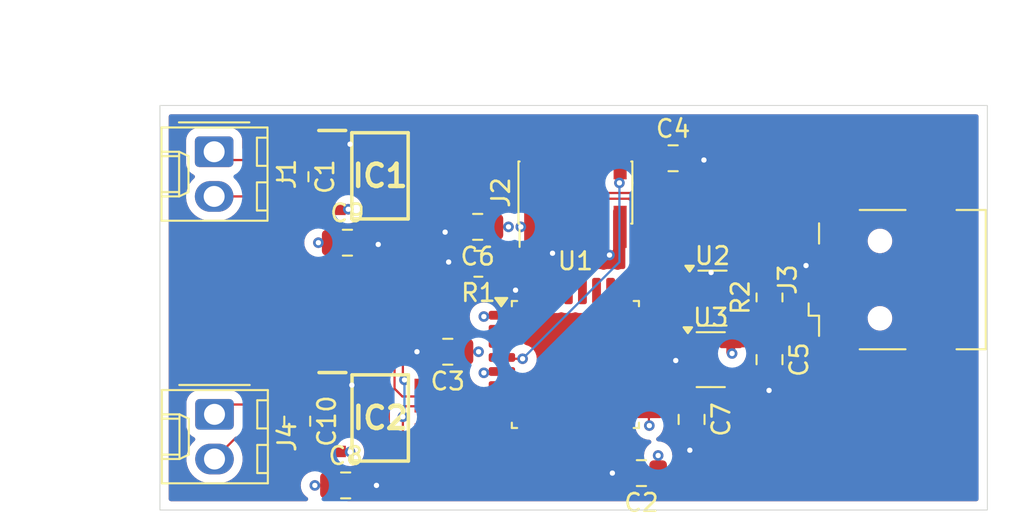
<source format=kicad_pcb>
(kicad_pcb (version 20240108) (generator "pcbnew") (generator_version "8.0")
  (layers (0 "F.Cu" signal) (1 "In1.Cu" signal) (2 "In2.Cu" signal) (31 "B.Cu" signal) (34 "B.Paste" user) (35 "F.Paste" user) (36 "B.SilkS" user "B.Silkscreen") (37 "F.SilkS" user "F.Silkscreen") (38 "B.Mask" user) (39 "F.Mask" user) (44 "Edge.Cuts" user))
  (net 0 "")
  (net 1 "Net-(IC1-T+)")
  (net 2 "Net-(IC1-T-)")
  (net 3 "GNDD")
  (net 4 "+3V3")
  (net 5 "NRST")
  (net 6 "+5V")
  (net 7 "SCK")
  (net 9 "MISO")
  (net 10 "CS1")
  (net 11 "SWDIO")
  (net 15 "SWCLK")
  (net 16 "D_P")
  (net 17 "D_N")
  (net 18 "Net-(U1-BOOT0)")
  (net 21 "USB-")
  (net 23 "SCL")
  (net 24 "SDA")
  (net 28 "CS3")
  (net 30 "CS2")
  (net 32 "MOSI")
  (net 33 "USB+")
  (net 37 "CS4")
  (net 40 "Net-(IC2-T+)")
  (net 41 "Net-(IC2-T-)")
  (footprint "Capacitor_SMD:C_0805_2012Metric" (layer "F.Cu") (at 166.15 88)
    (property "Reference" "C4" (at 0 -1.68 0) (layer "F.SilkS"))
    (property "Value" "100nF")
    (fp_line (start -0.261252 -0.735) (end 0.261252 -0.735) (stroke (width 0.12)) (layer "F.SilkS"))
    (fp_line (start -0.261252 0.735) (end 0.261252 0.735) (stroke (width 0.12)) (layer "F.SilkS"))
    (pad "1" smd roundrect (at -0.95 0) (size 1 1.45) (layers "F.Cu" "F.Paste" "F.Mask") (net 5 "NRST"))
    (pad "2" smd roundrect (at 0.95 0) (size 1 1.45) (layers "F.Cu" "F.Paste" "F.Mask") (net 3 "GNDD"))
  )
  (footprint "Capacitor_SMD:C_0805_2012Metric" (layer "F.Cu") (at 147.65 92.8)
    (property "Reference" "C9" (at 0 -1.68 0) (layer "F.SilkS"))
    (property "Value" "1uF")
    (fp_line (start -0.261252 -0.735) (end 0.261252 -0.735) (stroke (width 0.12)) (layer "F.SilkS"))
    (fp_line (start -0.261252 0.735) (end 0.261252 0.735) (stroke (width 0.12)) (layer "F.SilkS"))
    (pad "1" smd roundrect (at -0.95 0) (size 1 1.45) (layers "F.Cu" "F.Paste" "F.Mask") (net 4 "+3V3"))
    (pad "2" smd roundrect (at 0.95 0) (size 1 1.45) (layers "F.Cu" "F.Paste" "F.Mask") (net 3 "GNDD"))
  )
  (footprint "Connector_USB:USB_Mini-B_Wuerth_65100516121_Horizontal" (layer "F.Cu") (at 177.9 94.9 90)
    (property "Reference" "J3" (at 0 -5.25 90) (layer "F.SilkS"))
    (property "Value" "USB_A")
    (fp_line (start -2.05 -4.05) (end -1.35 -4.05) (stroke (width 0.12)) (layer "F.SilkS"))
    (fp_line (start 2.05 -3.46) (end 3.2 -3.46) (stroke (width 0.12)) (layer "F.SilkS"))
    (fp_line (start -2.05 -3.46) (end -2.05 -4.05) (stroke (width 0.12)) (layer "F.SilkS"))
    (fp_line (start -3.2 -3.46) (end -2.05 -3.46) (stroke (width 0.12)) (layer "F.SilkS"))
    (fp_line (start 3.96 -1.15) (end 3.96 1.45) (stroke (width 0.12)) (layer "F.SilkS"))
    (fp_line (start -3.96 1.45) (end -3.96 -1.15) (stroke (width 0.12)) (layer "F.SilkS"))
    (fp_line (start -3.96 4.35) (end -3.96 6.01) (stroke (width 0.12)) (layer "F.SilkS"))
    (fp_line (start 3.96 6.01) (end 3.96 4.35) (stroke (width 0.12)) (layer "F.SilkS"))
    (fp_line (start -3.96 6.01) (end 3.96 6.01) (stroke (width 0.12)) (layer "F.SilkS"))
    (pad "" np_thru_hole circle (at -2.2 0 90) (size 0.9 0.9) (drill 0.9) (layers "*.Cu" "*.Mask"))
    (pad "" np_thru_hole circle (at 2.2 0 90) (size 0.9 0.9) (drill 0.9) (layers "*.Cu" "*.Mask"))
    (pad "1" smd rect (at -1.6 -2.6 90) (size 0.5 2.5) (layers "F.Cu" "F.Paste" "F.Mask") (net 6 "+5V"))
    (pad "2" smd rect (at -0.8 -2.6 90) (size 0.5 2.5) (layers "F.Cu" "F.Paste" "F.Mask") (net 17 "D_N"))
    (pad "3" smd rect (at 0 -2.6 90) (size 0.5 2.5) (layers "F.Cu" "F.Paste" "F.Mask") (net 16 "D_P"))
    (pad "4" smd rect (at 0.8 -2.6 90) (size 0.5 2.5) (layers "F.Cu" "F.Paste" "F.Mask") (net 3 "GNDD"))
    (pad "5" smd rect (at 1.6 -2.6 90) (size 0.5 2.5) (layers "F.Cu" "F.Paste" "F.Mask") (net 3 "GNDD"))
    (pad "6" smd rect (at -4.4 -2.6 90) (size 2 2.5) (layers "F.Cu" "F.Paste" "F.Mask"))
    (pad "6" smd rect (at -4.4 2.9 90) (size 2 2.5) (layers "F.Cu" "F.Paste" "F.Mask"))
    (pad "6" smd rect (at 4.4 -2.6 90) (size 2 2.5) (layers "F.Cu" "F.Paste" "F.Mask"))
    (pad "6" smd rect (at 4.4 2.9 90) (size 2 2.5) (layers "F.Cu" "F.Paste" "F.Mask"))
  )
  (footprint "GL_Sensor:SOIC127P600X175-8N" (layer "F.Cu") (at 149.512 102.765)
    (property "Reference" "IC2" (at 0 0 0) (layer "F.SilkS") (effects (font (size 1.27 1.27) (thickness 0.254))))
    (property "Value" "MAX6675ISA" (hide yes))
    (fp_line (start -3.475 -2.58) (end -1.95 -2.58) (stroke (width 0.2)) (layer "F.SilkS"))
    (fp_line (start -1.6 -2.45) (end 1.6 -2.45) (stroke (width 0.2)) (layer "F.SilkS"))
    (fp_line (start -1.6 2.45) (end -1.6 -2.45) (stroke (width 0.2)) (layer "F.SilkS"))
    (fp_line (start 1.6 -2.45) (end 1.6 2.45) (stroke (width 0.2)) (layer "F.SilkS"))
    (fp_line (start 1.6 2.45) (end -1.6 2.45) (stroke (width 0.2)) (layer "F.SilkS"))
    (pad "1" smd rect (at -2.712 -1.905 90) (size 0.65 1.525) (layers "F.Cu" "F.Paste" "F.Mask") (net 3 "GNDD"))
    (pad "2" smd rect (at -2.712 -0.635 90) (size 0.65 1.525) (layers "F.Cu" "F.Paste" "F.Mask") (net 41 "Net-(IC2-T-)"))
    (pad "3" smd rect (at -2.712 0.635 90) (size 0.65 1.525) (layers "F.Cu" "F.Paste" "F.Mask") (net 40 "Net-(IC2-T+)"))
    (pad "4" smd rect (at -2.712 1.905 90) (size 0.65 1.525) (layers "F.Cu" "F.Paste" "F.Mask") (net 4 "+3V3"))
    (pad "5" smd rect (at 2.712 1.905 90) (size 0.65 1.525) (layers "F.Cu" "F.Paste" "F.Mask") (net 7 "SCK"))
    (pad "6" smd rect (at 2.712 0.635 90) (size 0.65 1.525) (layers "F.Cu" "F.Paste" "F.Mask") (net 30 "CS2"))
    (pad "7" smd rect (at 2.712 -0.635 90) (size 0.65 1.525) (layers "F.Cu" "F.Paste" "F.Mask") (net 9 "MISO"))
    (pad "8" smd rect (at 2.712 -1.905 90) (size 0.65 1.525) (layers "F.Cu" "F.Paste" "F.Mask"))
  )
  (footprint "Capacitor_SMD:C_0805_2012Metric" (layer "F.Cu") (at 144.8 102.95 -90)
    (property "Reference" "C10" (at 0 -1.68 90) (layer "F.SilkS"))
    (property "Value" "100nF")
    (fp_line (start -0.261252 0.735) (end 0.261252 0.735) (stroke (width 0.12)) (layer "F.SilkS"))
    (fp_line (start -0.261252 -0.735) (end 0.261252 -0.735) (stroke (width 0.12)) (layer "F.SilkS"))
    (pad "1" smd roundrect (at -0.95 0 270) (size 1 1.45) (layers "F.Cu" "F.Paste" "F.Mask") (net 41 "Net-(IC2-T-)"))
    (pad "2" smd roundrect (at 0.95 0 270) (size 1 1.45) (layers "F.Cu" "F.Paste" "F.Mask") (net 40 "Net-(IC2-T+)"))
  )
  (footprint "Connector_Molex:Molex_KK-254_AE-6410-02A_1x02_P2.54mm_Vertical" (layer "F.Cu") (at 140.1 102.56 -90)
    (property "Reference" "J4" (at 1.27 -4.12 90) (layer "F.SilkS"))
    (property "Value" "Sensor")
    (fp_line (start -1.38 2.99) (end 3.92 2.99) (stroke (width 0.12)) (layer "F.SilkS"))
    (fp_line (start 0 2.99) (end 0 1.99) (stroke (width 0.12)) (layer "F.SilkS"))
    (fp_line (start 0.25 2.99) (end 0.25 1.99) (stroke (width 0.12)) (layer "F.SilkS"))
    (fp_line (start 2.29 2.99) (end 2.29 1.99) (stroke (width 0.12)) (layer "F.SilkS"))
    (fp_line (start 3.92 2.99) (end 3.92 -3.03) (stroke (width 0.12)) (layer "F.SilkS"))
    (fp_line (start 0 1.99) (end 2.54 1.99) (stroke (width 0.12)) (layer "F.SilkS"))
    (fp_line (start 0 1.99) (end 0.25 1.46) (stroke (width 0.12)) (layer "F.SilkS"))
    (fp_line (start 2.54 1.99) (end 2.54 2.99) (stroke (width 0.12)) (layer "F.SilkS"))
    (fp_line (start 0.25 1.46) (end 2.29 1.46) (stroke (width 0.12)) (layer "F.SilkS"))
    (fp_line (start 2.29 1.46) (end 2.54 1.99) (stroke (width 0.12)) (layer "F.SilkS"))
    (fp_line (start -1.67 -2) (end -1.67 2) (stroke (width 0.12)) (layer "F.SilkS"))
    (fp_line (start -0.8 -2.43) (end 0.8 -2.43) (stroke (width 0.12)) (layer "F.SilkS"))
    (fp_line (start 0.8 -2.43) (end 0.8 -3.03) (stroke (width 0.12)) (layer "F.SilkS"))
    (fp_line (start 1.74 -2.43) (end 3.34 -2.43) (stroke (width 0.12)) (layer "F.SilkS"))
    (fp_line (start 3.34 -2.43) (end 3.34 -3.03) (stroke (width 0.12)) (layer "F.SilkS"))
    (fp_line (start -1.38 -3.03) (end -1.38 2.99) (stroke (width 0.12)) (layer "F.SilkS"))
    (fp_line (start -0.8 -3.03) (end -0.8 -2.43) (stroke (width 0.12)) (layer "F.SilkS"))
    (fp_line (start 1.74 -3.03) (end 1.74 -2.43) (stroke (width 0.12)) (layer "F.SilkS"))
    (fp_line (start 3.92 -3.03) (end -1.38 -3.03) (stroke (width 0.12)) (layer "F.SilkS"))
    (pad "1" thru_hole roundrect (at 0 0 270) (size 1.74 2.19) (drill 1.19) (layers "*.Cu" "*.Mask") (roundrect_rratio 0.143678) (net 41 "Net-(IC2-T-)"))
    (pad "2" thru_hole oval (at 2.54 0 270) (size 1.74 2.19) (drill 1.19) (layers "*.Cu" "*.Mask") (net 40 "Net-(IC2-T+)"))
  )
  (footprint "Resistor_SMD:R_0805_2012Metric" (layer "F.Cu") (at 171.625 95.9125 90)
    (property "Reference" "R2" (at 0 -1.65 90) (layer "F.SilkS"))
    (property "Value" "1k5")
    (fp_line (start -0.227064 -0.735) (end 0.227064 -0.735) (stroke (width 0.12)) (layer "F.SilkS"))
    (fp_line (start -0.227064 0.735) (end 0.227064 0.735) (stroke (width 0.12)) (layer "F.SilkS"))
    (pad "1" smd roundrect (at -0.9125 0 90) (size 1.025 1.4) (layers "F.Cu" "F.Paste" "F.Mask") (roundrect_rratio 0.243902) (net 4 "+3V3"))
    (pad "2" smd roundrect (at 0.9125 0 90) (size 1.025 1.4) (layers "F.Cu" "F.Paste" "F.Mask") (roundrect_rratio 0.243902) (net 16 "D_P"))
  )
  (footprint "Connector_PinHeader_1.27mm:PinHeader_2x05_P1.27mm_Vertical_SMD" (layer "F.Cu") (at 160.6 89.95 90)
    (property "Reference" "J2" (at 0 -4.235 90) (layer "F.SilkS"))
    (property "Value" "Conn_02x05_Odd_Even")
    (fp_line (start 1.765 -3.235) (end 1.765 -3.17) (stroke (width 0.12)) (layer "F.SilkS"))
    (fp_line (start -1.765 -3.235) (end 1.765 -3.235) (stroke (width 0.12)) (layer "F.SilkS"))
    (fp_line (start -1.765 -3.235) (end -1.765 -3.17) (stroke (width 0.12)) (layer "F.SilkS"))
    (fp_line (start -3.09 -3.17) (end -1.765 -3.17) (stroke (width 0.12)) (layer "F.SilkS"))
    (fp_line (start 1.765 3.17) (end 1.765 3.235) (stroke (width 0.12)) (layer "F.SilkS"))
    (fp_line (start -1.765 3.17) (end -1.765 3.235) (stroke (width 0.12)) (layer "F.SilkS"))
    (fp_line (start -1.765 3.235) (end 1.765 3.235) (stroke (width 0.12)) (layer "F.SilkS"))
    (pad "1" smd rect (at -1.95 -2.54 90) (size 2.4 0.74) (layers "F.Cu" "F.Paste" "F.Mask") (net 4 "+3V3"))
    (pad "2" smd rect (at 1.95 -2.54 90) (size 2.4 0.74) (layers "F.Cu" "F.Paste" "F.Mask") (net 11 "SWDIO"))
    (pad "3" smd rect (at -1.95 -1.27 90) (size 2.4 0.74) (layers "F.Cu" "F.Paste" "F.Mask") (net 3 "GNDD"))
    (pad "4" smd rect (at 1.95 -1.27 90) (size 2.4 0.74) (layers "F.Cu" "F.Paste" "F.Mask") (net 15 "SWCLK"))
    (pad "5" smd rect (at -1.95 0 90) (size 2.4 0.74) (layers "F.Cu" "F.Paste" "F.Mask") (net 3 "GNDD"))
    (pad "6" smd rect (at 1.95 0 90) (size 2.4 0.74) (layers "F.Cu" "F.Paste" "F.Mask"))
    (pad "7" smd rect (at -1.95 1.27 90) (size 2.4 0.74) (layers "F.Cu" "F.Paste" "F.Mask"))
    (pad "8" smd rect (at 1.95 1.27 90) (size 2.4 0.74) (layers "F.Cu" "F.Paste" "F.Mask"))
    (pad "9" smd rect (at -1.95 2.54 90) (size 2.4 0.74) (layers "F.Cu" "F.Paste" "F.Mask") (net 3 "GNDD"))
    (pad "10" smd rect (at 1.95 2.54 90) (size 2.4 0.74) (layers "F.Cu" "F.Paste" "F.Mask") (net 5 "NRST"))
  )
  (footprint "Capacitor_SMD:C_0805_2012Metric" (layer "F.Cu") (at 153.35 99 180)
    (property "Reference" "C3" (at 0 -1.68 0) (layer "F.SilkS"))
    (property "Value" "1uF")
    (fp_line (start -0.261252 0.735) (end 0.261252 0.735) (stroke (width 0.12)) (layer "F.SilkS"))
    (fp_line (start -0.261252 -0.735) (end 0.261252 -0.735) (stroke (width 0.12)) (layer "F.SilkS"))
    (pad "1" smd roundrect (at -0.95 0 180) (size 1 1.45) (layers "F.Cu" "F.Paste" "F.Mask") (net 4 "+3V3"))
    (pad "2" smd roundrect (at 0.95 0 180) (size 1 1.45) (layers "F.Cu" "F.Paste" "F.Mask") (net 3 "GNDD"))
  )
  (footprint "Capacitor_SMD:C_0805_2012Metric" (layer "F.Cu") (at 147.55 106.6)
    (property "Reference" "C8" (at 0 -1.68 0) (layer "F.SilkS"))
    (property "Value" "1uF")
    (fp_line (start -0.261252 -0.735) (end 0.261252 -0.735) (stroke (width 0.12)) (layer "F.SilkS"))
    (fp_line (start -0.261252 0.735) (end 0.261252 0.735) (stroke (width 0.12)) (layer "F.SilkS"))
    (pad "1" smd roundrect (at -0.95 0) (size 1 1.45) (layers "F.Cu" "F.Paste" "F.Mask") (net 4 "+3V3"))
    (pad "2" smd roundrect (at 0.95 0) (size 1 1.45) (layers "F.Cu" "F.Paste" "F.Mask") (net 3 "GNDD"))
  )
  (footprint "Capacitor_SMD:C_0805_2012Metric" (layer "F.Cu") (at 167.2 102.85 -90)
    (property "Reference" "C7" (at 0 -1.68 90) (layer "F.SilkS"))
    (property "Value" "1uF")
    (fp_line (start -0.261252 0.735) (end 0.261252 0.735) (stroke (width 0.12)) (layer "F.SilkS"))
    (fp_line (start -0.261252 -0.735) (end 0.261252 -0.735) (stroke (width 0.12)) (layer "F.SilkS"))
    (pad "1" smd roundrect (at -0.95 0 270) (size 1 1.45) (layers "F.Cu" "F.Paste" "F.Mask") (net 6 "+5V"))
    (pad "2" smd roundrect (at 0.95 0 270) (size 1 1.45) (layers "F.Cu" "F.Paste" "F.Mask") (net 3 "GNDD"))
  )
  (footprint "Capacitor_SMD:C_0805_2012Metric" (layer "F.Cu") (at 155.05 91.9 180)
    (property "Reference" "C6" (at 0 -1.68 0) (layer "F.SilkS"))
    (property "Value" "1uF")
    (fp_line (start -0.261252 0.735) (end 0.261252 0.735) (stroke (width 0.12)) (layer "F.SilkS"))
    (fp_line (start -0.261252 -0.735) (end 0.261252 -0.735) (stroke (width 0.12)) (layer "F.SilkS"))
    (pad "1" smd roundrect (at -0.95 0 180) (size 1 1.45) (layers "F.Cu" "F.Paste" "F.Mask") (net 4 "+3V3"))
    (pad "2" smd roundrect (at 0.95 0 180) (size 1 1.45) (layers "F.Cu" "F.Paste" "F.Mask") (net 3 "GNDD"))
  )
  (footprint "GL_Sensor:SOIC127P600X175-8N" (layer "F.Cu") (at 149.5 89)
    (property "Reference" "IC1" (at 0 0 0) (layer "F.SilkS") (effects (font (size 1.27 1.27) (thickness 0.254))))
    (property "Value" "MAX6675ISA" (hide yes))
    (fp_line (start -3.475 -2.58) (end -1.95 -2.58) (stroke (width 0.2)) (layer "F.SilkS"))
    (fp_line (start -1.6 -2.45) (end 1.6 -2.45) (stroke (width 0.2)) (layer "F.SilkS"))
    (fp_line (start -1.6 2.45) (end -1.6 -2.45) (stroke (width 0.2)) (layer "F.SilkS"))
    (fp_line (start 1.6 -2.45) (end 1.6 2.45) (stroke (width 0.2)) (layer "F.SilkS"))
    (fp_line (start 1.6 2.45) (end -1.6 2.45) (stroke (width 0.2)) (layer "F.SilkS"))
    (pad "1" smd rect (at -2.712 -1.905 90) (size 0.65 1.525) (layers "F.Cu" "F.Paste" "F.Mask") (net 3 "GNDD"))
    (pad "2" smd rect (at -2.712 -0.635 90) (size 0.65 1.525) (layers "F.Cu" "F.Paste" "F.Mask") (net 2 "Net-(IC1-T-)"))
    (pad "3" smd rect (at -2.712 0.635 90) (size 0.65 1.525) (layers "F.Cu" "F.Paste" "F.Mask") (net 1 "Net-(IC1-T+)"))
    (pad "4" smd rect (at -2.712 1.905 90) (size 0.65 1.525) (layers "F.Cu" "F.Paste" "F.Mask") (net 4 "+3V3"))
    (pad "5" smd rect (at 2.712 1.905 90) (size 0.65 1.525) (layers "F.Cu" "F.Paste" "F.Mask") (net 7 "SCK"))
    (pad "6" smd rect (at 2.712 0.635 90) (size 0.65 1.525) (layers "F.Cu" "F.Paste" "F.Mask") (net 10 "CS1"))
    (pad "7" smd rect (at 2.712 -0.635 90) (size 0.65 1.525) (layers "F.Cu" "F.Paste" "F.Mask") (net 9 "MISO"))
    (pad "8" smd rect (at 2.712 -1.905 90) (size 0.65 1.525) (layers "F.Cu" "F.Paste" "F.Mask"))
  )
  (footprint "Package_TO_SOT_SMD:SOT-23-6" (layer "F.Cu") (at 168.3875 95.95)
    (property "Reference" "U2" (at 0 -2.4 0) (layer "F.SilkS"))
    (property "Value" "USBLC6-2SC6")
    (fp_line (start 0 -1.56) (end -0.8 -1.56) (stroke (width 0.12)) (layer "F.SilkS"))
    (fp_line (start 0 -1.56) (end 0.8 -1.56) (stroke (width 0.12)) (layer "F.SilkS"))
    (fp_line (start 0 1.56) (end -0.8 1.56) (stroke (width 0.12)) (layer "F.SilkS"))
    (fp_line (start 0 1.56) (end 0.8 1.56) (stroke (width 0.12)) (layer "F.SilkS"))
    (fp_poly (pts (xy -1.3 -1.51) (xy -1.54 -1.84) (xy -1.06 -1.84) (xy -1.3 -1.51)) (stroke (width 0.12)) (fill solid) (layer "F.SilkS"))
    (pad "1" smd roundrect (at -1.1375 -0.95) (size 1.325 0.6) (layers "F.Cu" "F.Paste" "F.Mask") (net 33 "USB+"))
    (pad "2" smd roundrect (at -1.1375 0) (size 1.325 0.6) (layers "F.Cu" "F.Paste" "F.Mask") (net 3 "GNDD"))
    (pad "3" smd roundrect (at -1.1375 0.95) (size 1.325 0.6) (layers "F.Cu" "F.Paste" "F.Mask") (net 21 "USB-"))
    (pad "4" smd roundrect (at 1.1375 0.95) (size 1.325 0.6) (layers "F.Cu" "F.Paste" "F.Mask") (net 17 "D_N"))
    (pad "5" smd roundrect (at 1.1375 0) (size 1.325 0.6) (layers "F.Cu" "F.Paste" "F.Mask") (net 6 "+5V"))
    (pad "6" smd roundrect (at 1.1375 -0.95) (size 1.325 0.6) (layers "F.Cu" "F.Paste" "F.Mask") (net 16 "D_P"))
  )
  (footprint "Capacitor_SMD:C_0805_2012Metric" (layer "F.Cu") (at 164.35 105.9 180)
    (property "Reference" "C2" (at 0 -1.68 0) (layer "F.SilkS"))
    (property "Value" "1uF")
    (fp_line (start -0.261252 0.735) (end 0.261252 0.735) (stroke (width 0.12)) (layer "F.SilkS"))
    (fp_line (start -0.261252 -0.735) (end 0.261252 -0.735) (stroke (width 0.12)) (layer "F.SilkS"))
    (pad "1" smd roundrect (at -0.95 0 180) (size 1 1.45) (layers "F.Cu" "F.Paste" "F.Mask") (net 4 "+3V3"))
    (pad "2" smd roundrect (at 0.95 0 180) (size 1 1.45) (layers "F.Cu" "F.Paste" "F.Mask") (net 3 "GNDD"))
  )
  (footprint "Package_QFP:LQFP-32_7x7mm_P0.8mm" (layer "F.Cu") (at 160.6 99.725)
    (property "Reference" "U1" (at 0 -5.88 0) (layer "F.SilkS"))
    (property "Value" "STM32L072KZTx")
    (fp_line (start -3.61 -3.61) (end -3.61 -3.31) (stroke (width 0.12)) (layer "F.SilkS"))
    (fp_line (start -3.61 3.61) (end -3.61 3.31) (stroke (width 0.12)) (layer "F.SilkS"))
    (fp_line (start -3.31 -3.61) (end -3.61 -3.61) (stroke (width 0.12)) (layer "F.SilkS"))
    (fp_line (start -3.31 3.61) (end -3.61 3.61) (stroke (width 0.12)) (layer "F.SilkS"))
    (fp_line (start 3.31 -3.61) (end 3.61 -3.61) (stroke (width 0.12)) (layer "F.SilkS"))
    (fp_line (start 3.31 3.61) (end 3.61 3.61) (stroke (width 0.12)) (layer "F.SilkS"))
    (fp_line (start 3.61 -3.61) (end 3.61 -3.31) (stroke (width 0.12)) (layer "F.SilkS"))
    (fp_line (start 3.61 3.61) (end 3.61 3.31) (stroke (width 0.12)) (layer "F.SilkS"))
    (fp_poly (pts (xy -4.2125 -3.31) (xy -4.5525 -3.78) (xy -3.8725 -3.78) (xy -4.2125 -3.31)) (stroke (width 0.12)) (fill solid) (layer "F.SilkS"))
    (pad "1" smd roundrect (at -4.175 -2.8) (size 1.5 0.5) (layers "F.Cu" "F.Paste" "F.Mask") (net 4 "+3V3"))
    (pad "2" smd roundrect (at -4.175 -2) (size 1.5 0.5) (layers "F.Cu" "F.Paste" "F.Mask"))
    (pad "3" smd roundrect (at -4.175 -1.2) (size 1.5 0.5) (layers "F.Cu" "F.Paste" "F.Mask"))
    (pad "4" smd roundrect (at -4.175 -0.4) (size 1.5 0.5) (layers "F.Cu" "F.Paste" "F.Mask") (net 5 "NRST"))
    (pad "5" smd roundrect (at -4.175 0.4) (size 1.5 0.5) (layers "F.Cu" "F.Paste" "F.Mask") (net 4 "+3V3"))
    (pad "6" smd roundrect (at -4.175 1.2) (size 1.5 0.5) (layers "F.Cu" "F.Paste" "F.Mask"))
    (pad "7" smd roundrect (at -4.175 2) (size 1.5 0.5) (layers "F.Cu" "F.Paste" "F.Mask"))
    (pad "8" smd roundrect (at -4.175 2.8) (size 1.5 0.5) (layers "F.Cu" "F.Paste" "F.Mask"))
    (pad "9" smd roundrect (at -2.8 4.175) (size 0.5 1.5) (layers "F.Cu" "F.Paste" "F.Mask") (net 10 "CS1"))
    (pad "10" smd roundrect (at -2 4.175) (size 0.5 1.5) (layers "F.Cu" "F.Paste" "F.Mask") (net 30 "CS2"))
    (pad "11" smd roundrect (at -1.2 4.175) (size 0.5 1.5) (layers "F.Cu" "F.Paste" "F.Mask") (net 7 "SCK"))
    (pad "12" smd roundrect (at -0.4 4.175) (size 0.5 1.5) (layers "F.Cu" "F.Paste" "F.Mask") (net 9 "MISO"))
    (pad "13" smd roundrect (at 0.4 4.175) (size 0.5 1.5) (layers "F.Cu" "F.Paste" "F.Mask") (net 32 "MOSI"))
    (pad "14" smd roundrect (at 1.2 4.175) (size 0.5 1.5) (layers "F.Cu" "F.Paste" "F.Mask") (net 28 "CS3"))
    (pad "15" smd roundrect (at 2 4.175) (size 0.5 1.5) (layers "F.Cu" "F.Paste" "F.Mask") (net 37 "CS4"))
    (pad "16" smd roundrect (at 2.8 4.175) (size 0.5 1.5) (layers "F.Cu" "F.Paste" "F.Mask") (net 3 "GNDD"))
    (pad "17" smd roundrect (at 4.175 2.8) (size 1.5 0.5) (layers "F.Cu" "F.Paste" "F.Mask") (net 4 "+3V3"))
    (pad "18" smd roundrect (at 4.175 2) (size 1.5 0.5) (layers "F.Cu" "F.Paste" "F.Mask"))
    (pad "19" smd roundrect (at 4.175 1.2) (size 1.5 0.5) (layers "F.Cu" "F.Paste" "F.Mask") (net 23 "SCL"))
    (pad "20" smd roundrect (at 4.175 0.4) (size 1.5 0.5) (layers "F.Cu" "F.Paste" "F.Mask") (net 24 "SDA"))
    (pad "21" smd roundrect (at 4.175 -0.4) (size 1.5 0.5) (layers "F.Cu" "F.Paste" "F.Mask") (net 21 "USB-"))
    (pad "22" smd roundrect (at 4.175 -1.2) (size 1.5 0.5) (layers "F.Cu" "F.Paste" "F.Mask") (net 33 "USB+"))
    (pad "23" smd roundrect (at 4.175 -2) (size 1.5 0.5) (layers "F.Cu" "F.Paste" "F.Mask") (net 11 "SWDIO"))
    (pad "24" smd roundrect (at 4.175 -2.8) (size 1.5 0.5) (layers "F.Cu" "F.Paste" "F.Mask") (net 15 "SWCLK"))
    (pad "25" smd roundrect (at 2.8 -4.175) (size 0.5 1.5) (layers "F.Cu" "F.Paste" "F.Mask"))
    (pad "26" smd roundrect (at 2 -4.175) (size 0.5 1.5) (layers "F.Cu" "F.Paste" "F.Mask"))
    (pad "27" smd roundrect (at 1.2 -4.175) (size 0.5 1.5) (layers "F.Cu" "F.Paste" "F.Mask"))
    (pad "28" smd roundrect (at 0.4 -4.175) (size 0.5 1.5) (layers "F.Cu" "F.Paste" "F.Mask"))
    (pad "29" smd roundrect (at -0.4 -4.175) (size 0.5 1.5) (layers "F.Cu" "F.Paste" "F.Mask"))
    (pad "30" smd roundrect (at -1.2 -4.175) (size 0.5 1.5) (layers "F.Cu" "F.Paste" "F.Mask"))
    (pad "31" smd roundrect (at -2 -4.175) (size 0.5 1.5) (layers "F.Cu" "F.Paste" "F.Mask") (net 18 "Net-(U1-BOOT0)"))
    (pad "32" smd roundrect (at -2.8 -4.175) (size 0.5 1.5) (layers "F.Cu" "F.Paste" "F.Mask") (net 3 "GNDD"))
  )
  (footprint "Package_TO_SOT_SMD:SOT-23-5" (layer "F.Cu") (at 168.2875 99.45)
    (property "Reference" "U3" (at 0 -2.4 0) (layer "F.SilkS"))
    (property "Value" "AP2112K-3.3")
    (fp_line (start 0 -1.56) (end -0.8 -1.56) (stroke (width 0.12)) (layer "F.SilkS"))
    (fp_line (start 0 -1.56) (end 0.8 -1.56) (stroke (width 0.12)) (layer "F.SilkS"))
    (fp_line (start 0 1.56) (end -0.8 1.56) (stroke (width 0.12)) (layer "F.SilkS"))
    (fp_line (start 0 1.56) (end 0.8 1.56) (stroke (width 0.12)) (layer "F.SilkS"))
    (fp_poly (pts (xy -1.3 -1.51) (xy -1.54 -1.84) (xy -1.06 -1.84) (xy -1.3 -1.51)) (stroke (width 0.12)) (fill solid) (layer "F.SilkS"))
    (pad "1" smd roundrect (at -1.1375 -0.95) (size 1.325 0.6) (layers "F.Cu" "F.Paste" "F.Mask") (net 6 "+5V"))
    (pad "2" smd roundrect (at -1.1375 0) (size 1.325 0.6) (layers "F.Cu" "F.Paste" "F.Mask") (net 3 "GNDD"))
    (pad "3" smd roundrect (at -1.1375 0.95) (size 1.325 0.6) (layers "F.Cu" "F.Paste" "F.Mask") (net 6 "+5V"))
    (pad "4" smd roundrect (at 1.1375 0.95) (size 1.325 0.6) (layers "F.Cu" "F.Paste" "F.Mask"))
    (pad "5" smd roundrect (at 1.1375 -0.95) (size 1.325 0.6) (layers "F.Cu" "F.Paste" "F.Mask") (net 4 "+3V3"))
  )
  (footprint "Resistor_SMD:R_0805_2012Metric" (layer "F.Cu") (at 155.0875 94 180)
    (property "Reference" "R1" (at 0 -1.65 0) (layer "F.SilkS"))
    (property "Value" "10k")
    (fp_line (start -0.227064 0.735) (end 0.227064 0.735) (stroke (width 0.12)) (layer "F.SilkS"))
    (fp_line (start -0.227064 -0.735) (end 0.227064 -0.735) (stroke (width 0.12)) (layer "F.SilkS"))
    (pad "1" smd roundrect (at -0.9125 0 180) (size 1.025 1.4) (layers "F.Cu" "F.Paste" "F.Mask") (roundrect_rratio 0.243902) (net 18 "Net-(U1-BOOT0)"))
    (pad "2" smd roundrect (at 0.9125 0 180) (size 1.025 1.4) (layers "F.Cu" "F.Paste" "F.Mask") (roundrect_rratio 0.243902) (net 3 "GNDD"))
  )
  (footprint "Capacitor_SMD:C_0805_2012Metric" (layer "F.Cu") (at 171.625 99.45 -90)
    (property "Reference" "C5" (at 0 -1.68 90) (layer "F.SilkS"))
    (property "Value" "1uF")
    (fp_line (start -0.261252 0.735) (end 0.261252 0.735) (stroke (width 0.12)) (layer "F.SilkS"))
    (fp_line (start -0.261252 -0.735) (end 0.261252 -0.735) (stroke (width 0.12)) (layer "F.SilkS"))
    (pad "1" smd roundrect (at -0.95 0 270) (size 1 1.45) (layers "F.Cu" "F.Paste" "F.Mask") (net 4 "+3V3"))
    (pad "2" smd roundrect (at 0.95 0 270) (size 1 1.45) (layers "F.Cu" "F.Paste" "F.Mask") (net 3 "GNDD"))
  )
  (footprint "Connector_Molex:Molex_KK-254_AE-6410-02A_1x02_P2.54mm_Vertical" (layer "F.Cu") (at 140.08 87.63 -90)
    (property "Reference" "J1" (at 1.27 -4.12 90) (layer "F.SilkS"))
    (property "Value" "Sensor")
    (fp_line (start -1.38 2.99) (end 3.92 2.99) (stroke (width 0.12)) (layer "F.SilkS"))
    (fp_line (start 0 2.99) (end 0 1.99) (stroke (width 0.12)) (layer "F.SilkS"))
    (fp_line (start 0.25 2.99) (end 0.25 1.99) (stroke (width 0.12)) (layer "F.SilkS"))
    (fp_line (start 2.29 2.99) (end 2.29 1.99) (stroke (width 0.12)) (layer "F.SilkS"))
    (fp_line (start 3.92 2.99) (end 3.92 -3.03) (stroke (width 0.12)) (layer "F.SilkS"))
    (fp_line (start 0 1.99) (end 2.54 1.99) (stroke (width 0.12)) (layer "F.SilkS"))
    (fp_line (start 0 1.99) (end 0.25 1.46) (stroke (width 0.12)) (layer "F.SilkS"))
    (fp_line (start 2.54 1.99) (end 2.54 2.99) (stroke (width 0.12)) (layer "F.SilkS"))
    (fp_line (start 0.25 1.46) (end 2.29 1.46) (stroke (width 0.12)) (layer "F.SilkS"))
    (fp_line (start 2.29 1.46) (end 2.54 1.99) (stroke (width 0.12)) (layer "F.SilkS"))
    (fp_line (start -1.67 -2) (end -1.67 2) (stroke (width 0.12)) (layer "F.SilkS"))
    (fp_line (start -0.8 -2.43) (end 0.8 -2.43) (stroke (width 0.12)) (layer "F.SilkS"))
    (fp_line (start 0.8 -2.43) (end 0.8 -3.03) (stroke (width 0.12)) (layer "F.SilkS"))
    (fp_line (start 1.74 -2.43) (end 3.34 -2.43) (stroke (width 0.12)) (layer "F.SilkS"))
    (fp_line (start 3.34 -2.43) (end 3.34 -3.03) (stroke (width 0.12)) (layer "F.SilkS"))
    (fp_line (start -1.38 -3.03) (end -1.38 2.99) (stroke (width 0.12)) (layer "F.SilkS"))
    (fp_line (start -0.8 -3.03) (end -0.8 -2.43) (stroke (width 0.12)) (layer "F.SilkS"))
    (fp_line (start 1.74 -3.03) (end 1.74 -2.43) (stroke (width 0.12)) (layer "F.SilkS"))
    (fp_line (start 3.92 -3.03) (end -1.38 -3.03) (stroke (width 0.12)) (layer "F.SilkS"))
    (pad "1" thru_hole roundrect (at 0 0 270) (size 1.74 2.19) (drill 1.19) (layers "*.Cu" "*.Mask") (roundrect_rratio 0.143678) (net 2 "Net-(IC1-T-)"))
    (pad "2" thru_hole oval (at 2.54 0 270) (size 1.74 2.19) (drill 1.19) (layers "*.Cu" "*.Mask") (net 1 "Net-(IC1-T+)"))
  )
  (footprint "Capacitor_SMD:C_0805_2012Metric" (layer "F.Cu") (at 144.7 89.05 -90)
    (property "Reference" "C1" (at 0 -1.68 90) (layer "F.SilkS"))
    (property "Value" "100nF")
    (fp_line (start -0.261252 0.735) (end 0.261252 0.735) (stroke (width 0.12)) (layer "F.SilkS"))
    (fp_line (start -0.261252 -0.735) (end 0.261252 -0.735) (stroke (width 0.12)) (layer "F.SilkS"))
    (pad "1" smd roundrect (at -0.95 0 270) (size 1 1.45) (layers "F.Cu" "F.Paste" "F.Mask") (net 2 "Net-(IC1-T-)"))
    (pad "2" smd roundrect (at 0.95 0 270) (size 1 1.45) (layers "F.Cu" "F.Paste" "F.Mask") (net 1 "Net-(IC1-T+)"))
  )
  (gr_rect (start 137 85) (end 184 108) (stroke (width 0.05)) (fill none) (layer "Edge.Cuts"))
  (segment (start 144.33 90.17) (end 140.08 90.17) (width 0.127) (layer "F.Cu") (net 1))
  (segment (start 144.5 90) (end 144.33 90.17) (width 0.127) (layer "F.Cu") (net 1))
  (segment (start 144.7 90) (end 144.5 90) (width 0.127) (layer "F.Cu") (net 1))
  (segment (start 146.788 89.635) (end 145.065 89.635) (width 0.127) (layer "F.Cu") (net 1))
  (segment (start 145.065 89.635) (end 144.7 90) (width 0.127) (layer "F.Cu") (net 1))
  (segment (start 144.7 88.1) (end 140.55 88.1) (width 0.127) (layer "F.Cu") (net 2))
  (segment (start 140.55 88.1) (end 140.08 87.63) (width 0.127) (layer "F.Cu") (net 2))
  (segment (start 146.788 88.365) (end 144.965 88.365) (width 0.127) (layer "F.Cu") (net 2))
  (segment (start 144.965 88.365) (end 144.7 88.1) (width 0.127) (layer "F.Cu") (net 2))
  (segment (start 167.25 95.95) (end 167.912499 95.95) (width 0.127) (layer "F.Cu") (net 3))
  (segment (start 157.8 95.55) (end 157.25 95.55) (width 0.127) (layer "F.Cu") (net 3))
  (segment (start 167.8 88) (end 167.9 88.1) (width 0.127) (layer "F.Cu") (net 3))
  (segment (start 167.2 103.8) (end 167.2 104.5) (width 0.127) (layer "F.Cu") (net 3))
  (segment (start 166.35 99.45) (end 166.3 99.5) (width 0.127) (layer "F.Cu") (net 3))
  (segment (start 149.3 92.8) (end 149.4 92.9) (width 0.127) (layer "F.Cu") (net 3))
  (segment (start 153.5 91.9) (end 153.2 92.2) (width 0.127) (layer "F.Cu") (net 3))
  (segment (start 167.15 99.45) (end 166.35 99.45) (width 0.127) (layer "F.Cu") (net 3))
  (segment (start 168.307485 95.555014) (end 168.307485 94.495657) (width 0.127) (layer "F.Cu") (net 3))
  (segment (start 152.4 99) (end 151.6 99) (width 0.127) (layer "F.Cu") (net 3))
  (segment (start 147.695 87.095) (end 147.8 87.2) (width 0.127) (layer "F.Cu") (net 3))
  (segment (start 154.175 94) (end 153.5 94) (width 0.127) (layer "F.Cu") (net 3))
  (segment (start 153.5 94) (end 153.4 93.9) (width 0.127) (layer "F.Cu") (net 3))
  (segment (start 157.25 95.55) (end 157.2 95.5) (width 0.127) (layer "F.Cu") (net 3))
  (segment (start 159.33 91.9) (end 159.33 93.37) (width 0.127) (layer "F.Cu") (net 3))
  (segment (start 167.1 88) (end 167.8 88) (width 0.127) (layer "F.Cu") (net 3))
  (segment (start 148.6 92.8) (end 149.3 92.8) (width 0.127) (layer "F.Cu") (net 3))
  (segment (start 147.86 100.86) (end 147.9 100.9) (width 0.127) (layer "F.Cu") (net 3))
  (segment (start 154.1 91.9) (end 153.5 91.9) (width 0.127) (layer "F.Cu") (net 3))
  (segment (start 175.3 94.1) (end 173.7 94.1) (width 0.127) (layer "F.Cu") (net 3))
  (segment (start 160.6 91.9) (end 159.33 91.9) (width 0.127) (layer "F.Cu") (net 3))
  (segment (start 146.8 100.86) (end 147.86 100.86) (width 0.127) (layer "F.Cu") (net 3))
  (segment (start 159.33 93.37) (end 159.3 93.4) (width 0.127) (layer "F.Cu") (net 3))
  (segment (start 163.14 92.899101) (end 162.5365 93.502601) (width 0.127) (layer "F.Cu") (net 3))
  (segment (start 171.625 101.175) (end 171.6 101.2) (width 0.127) (layer "F.Cu") (net 3))
  (segment (start 146.788 87.095) (end 147.695 87.095) (width 0.127) (layer "F.Cu") (net 3))
  (segment (start 175.3 93.3) (end 175.3 94.1) (width 0.127) (layer "F.Cu") (net 3))
  (segment (start 167.912499 95.95) (end 168.307485 95.555014) (width 0.127) (layer "F.Cu") (net 3))
  (segment (start 167.2 104.5) (end 167.1 104.6) (width 0.127) (layer "F.Cu") (net 3))
  (segment (start 148.5 106.6) (end 149.3 106.6) (width 0.127) (layer "F.Cu") (net 3))
  (segment (start 171.625 100.4) (end 171.625 101.175) (width 0.127) (layer "F.Cu") (net 3))
  (segment (start 163.4 103.9) (end 163.4 105.9) (width 0.127) (layer "F.Cu") (net 3))
  (segment (start 163.4 105.9) (end 162.7 105.9) (width 0.127) (layer "F.Cu") (net 3))
  (segment (start 163.14 91.9) (end 163.14 92.899101) (width 0.127) (layer "F.Cu") (net 3))
  (via (at 171.6 101.2) (size 0.6) (drill 0.3) (layers "F.Cu" "B.Cu") (net 3))
  (via (at 167.9 88.1) (size 0.6) (drill 0.3) (layers "F.Cu" "B.Cu") (net 3))
  (via (at 147.8 87.2) (size 0.6) (drill 0.3) (layers "F.Cu" "B.Cu") (net 3))
  (via (at 149.4 92.9) (size 0.6) (drill 0.3) (layers "F.Cu" "B.Cu") (net 3))
  (via (at 153.2 92.2) (size 0.6) (drill 0.3) (layers "F.Cu" "B.Cu") (net 3))
  (via (at 162.7 105.9) (size 0.6) (drill 0.3) (layers "F.Cu" "B.Cu") (net 3))
  (via (at 162.5365 93.502601) (size 0.6) (drill 0.3) (layers "F.Cu" "B.Cu") (net 3))
  (via (at 159.3 93.4) (size 0.6) (drill 0.3) (layers "F.Cu" "B.Cu") (net 3))
  (via (at 168.307485 94.495657) (size 0.6) (drill 0.3) (layers "F.Cu" "B.Cu") (net 3))
  (via (at 167.1 104.6) (size 0.6) (drill 0.3) (layers "F.Cu" "B.Cu") (net 3))
  (via (at 153.4 93.9) (size 0.6) (drill 0.3) (layers "F.Cu" "B.Cu") (net 3))
  (via (at 151.6 99) (size 0.6) (drill 0.3) (layers "F.Cu" "B.Cu") (net 3))
  (via (at 147.9 100.9) (size 0.6) (drill 0.3) (layers "F.Cu" "B.Cu") (net 3))
  (via (at 173.7 94.1) (size 0.6) (drill 0.3) (layers "F.Cu" "B.Cu") (net 3))
  (via (at 149.3 106.6) (size 0.6) (drill 0.3) (layers "F.Cu" "B.Cu") (net 3))
  (via (at 157.2 95.5) (size 0.6) (drill 0.3) (layers "F.Cu" "B.Cu") (net 3))
  (via (at 166.3 99.5) (size 0.6) (drill 0.3) (layers "F.Cu" "B.Cu") (net 3))
  (segment (start 171.625 98.5) (end 169.425 98.5) (width 0.5) (layer "F.Cu") (net 4))
  (segment (start 164.775 103.175) (end 164.8 103.2) (width 0.127) (layer "F.Cu") (net 4))
  (segment (start 169.425 99.025) (end 169.5 99.1) (width 0.5) (layer "F.Cu") (net 4))
  (segment (start 156.425 100.125) (end 155.475 100.125) (width 0.127) (layer "F.Cu") (net 4))
  (segment (start 156.425 96.925) (end 155.475 96.925) (width 0.127) (layer "F.Cu") (net 4))
  (segment (start 146.8 104.67) (end 147.77 104.67) (width 0.127) (layer "F.Cu") (net 4))
  (segment (start 146.7 92.8) (end 146 92.8) (width 0.127) (layer "F.Cu") (net 4))
  (segment (start 165.3 105.9) (end 165.3 104.9) (width 0.127) (layer "F.Cu") (net 4))
  (segment (start 169.425 98.5) (end 169.425 99.025) (width 0.5) (layer "F.Cu") (net 4))
  (segment (start 147.77 104.67) (end 147.8 104.7) (width 0.127) (layer "F.Cu") (net 4))
  (segment (start 146.788 90.905) (end 147.695 90.905) (width 0.127) (layer "F.Cu") (net 4))
  (segment (start 156 91.9) (end 156.8 91.9) (width 0.127) (layer "F.Cu") (net 4))
  (segment (start 154.3 99) (end 155.1 99) (width 0.127) (layer "F.Cu") (net 4))
  (segment (start 158.06 91.9) (end 157.5 91.9) (width 0.127) (layer "F.Cu") (net 4))
  (segment (start 147.695 90.905) (end 147.7 90.9) (width 0.127) (layer "F.Cu") (net 4))
  (segment (start 146.6 106.6) (end 145.8 106.6) (width 0.127) (layer "F.Cu") (net 4))
  (segment (start 155.475 100.125) (end 155.4 100.2) (width 0.127) (layer "F.Cu") (net 4))
  (segment (start 164.775 102.525) (end 164.775 103.175) (width 0.127) (layer "F.Cu") (net 4))
  (segment (start 171.625 96.825) (end 171.625 98.5) (width 0.5) (layer "F.Cu") (net 4))
  (segment (start 155.475 96.925) (end 155.4 97) (width 0.127) (layer "F.Cu") (net 4))
  (via (at 147.8 104.7) (size 0.6) (drill 0.3) (layers "F.Cu" "B.Cu") (net 4))
  (via (at 147.7 90.9) (size 0.6) (drill 0.3) (layers "F.Cu" "B.Cu") (net 4))
  (via (at 155.4 97) (size 0.6) (drill 0.3) (layers "F.Cu" "B.Cu") (net 4))
  (via (at 155.4 100.2) (size 0.6) (drill 0.3) (layers "F.Cu" "B.Cu") (net 4))
  (via (at 146 92.8) (size 0.6) (drill 0.3) (layers "F.Cu" "B.Cu") (net 4))
  (via (at 157.5 91.9) (size 0.6) (drill 0.3) (layers "F.Cu" "B.Cu") (net 4))
  (via (at 156.8 91.9) (size 0.6) (drill 0.3) (layers "F.Cu" "B.Cu") (net 4))
  (via (at 145.8 106.6) (size 0.6) (drill 0.3) (layers "F.Cu" "B.Cu") (net 4))
  (via (at 164.8 103.2) (size 0.6) (drill 0.3) (layers "F.Cu" "B.Cu") (net 4))
  (via (at 169.5 99.1) (size 0.6) (drill 0.3) (layers "F.Cu" "B.Cu") (net 4))
  (via (at 155.1 99) (size 0.6) (drill 0.3) (layers "F.Cu" "B.Cu") (net 4))
  (via (at 165.3 104.9) (size 0.6) (drill 0.3) (layers "F.Cu" "B.Cu") (net 4))
  (segment (start 165.2 88) (end 163.14 88) (width 0.127) (layer "F.Cu") (net 5))
  (segment (start 157.6 99.4) (end 156.5 99.4) (width 0.127) (layer "F.Cu") (net 5))
  (segment (start 163.14 88) (end 163.14 89.36) (width 0.127) (layer "F.Cu") (net 5))
  (segment (start 163.14 89.36) (end 163.1 89.4) (width 0.127) (layer "F.Cu") (net 5))
  (segment (start 156.5 99.4) (end 156.425 99.325) (width 0.127) (layer "F.Cu") (net 5))
  (via (at 163.1 89.4) (size 0.6) (drill 0.3) (layers "F.Cu" "B.Cu") (net 5))
  (via (at 157.6 99.4) (size 0.6) (drill 0.3) (layers "F.Cu" "B.Cu") (net 5))
  (segment (start 163.1 93.7) (end 163.1 93.9) (width 0.127) (layer "B.Cu") (net 5))
  (segment (start 163.1 89.4) (end 163.1 93.7) (width 0.127) (layer "B.Cu") (net 5))
  (segment (start 163.1 93.9) (end 157.6 99.4) (width 0.127) (layer "B.Cu") (net 5))
  (segment (start 167.812499 98.5) (end 168.2625 98.950001) (width 0.5) (layer "F.Cu") (net 6))
  (segment (start 169.4 102.1) (end 169.2 101.9) (width 0.5) (layer "F.Cu") (net 6))
  (segment (start 168.4 96.412501) (end 168.862501 95.95) (width 0.5) (layer "F.Cu") (net 6))
  (segment (start 167.9 100.4) (end 167.15 100.4) (width 0.5) (layer "F.Cu") (net 6))
  (segment (start 167.2 101.9) (end 167.2 100.45) (width 0.5) (layer "F.Cu") (net 6))
  (segment (start 168.862501 95.95) (end 169.525 95.95) (width 0.5) (layer "F.Cu") (net 6))
  (segment (start 167.812499 98.5) (end 168.4 97.912499) (width 0.5) (layer "F.Cu") (net 6))
  (segment (start 175.3 96.5) (end 174.3 96.5) (width 0.5) (layer "F.Cu") (net 6))
  (segment (start 173 97.8) (end 173 102.1) (width 0.5) (layer "F.Cu") (net 6))
  (segment (start 174.3 96.5) (end 173 97.8) (width 0.5) (layer "F.Cu") (net 6))
  (segment (start 173 102.1) (end 169.4 102.1) (width 0.5) (layer "F.Cu") (net 6))
  (segment (start 167.2 100.45) (end 167.15 100.4) (width 0.5) (layer "F.Cu") (net 6))
  (segment (start 168.4 97.912499) (end 168.4 96.412501) (width 0.5) (layer "F.Cu") (net 6))
  (segment (start 168.2625 100.0375) (end 167.9 100.4) (width 0.5) (layer "F.Cu") (net 6))
  (segment (start 168.2625 98.950001) (end 168.2625 100.0375) (width 0.5) (layer "F.Cu") (net 6))
  (segment (start 169.2 101.9) (end 167.2 101.9) (width 0.5) (layer "F.Cu") (net 6))
  (segment (start 167.15 98.5) (end 167.812499 98.5) (width 0.5) (layer "F.Cu") (net 6))
  (segment (start 150.8 92.3) (end 150.8 100.5095) (width 0.127) (layer "F.Cu") (net 7))
  (segment (start 152.195 90.905) (end 150.8 92.3) (width 0.127) (layer "F.Cu") (net 7))
  (segment (start 150.8 103.6835) (end 151.7865 104.67) (width 0.127) (layer "F.Cu") (net 7))
  (segment (start 151.7865 104.67) (end 152.224 104.67) (width 0.127) (layer "F.Cu") (net 7))
  (segment (start 152.881 105.327) (end 158.722999 105.327) (width 0.127) (layer "F.Cu") (net 7))
  (segment (start 159.4 104.649999) (end 159.4 103.9) (width 0.127) (layer "F.Cu") (net 7))
  (segment (start 150.8 102.7) (end 150.8 103.6835) (width 0.127) (layer "F.Cu") (net 7))
  (segment (start 152.224 104.67) (end 152.881 105.327) (width 0.127) (layer "F.Cu") (net 7))
  (segment (start 158.722999 105.327) (end 159.4 104.649999) (width 0.127) (layer "F.Cu") (net 7))
  (segment (start 152.212 90.905) (end 152.195 90.905) (width 0.127) (layer "F.Cu") (net 7))
  (segment (start 150.8 100.5095) (end 150.8905 100.6) (width 0.127) (layer "F.Cu") (net 7))
  (via (at 150.8 102.7) (size 0.6) (drill 0.3) (layers "F.Cu" "B.Cu") (net 7))
  (via (at 150.8905 100.6) (size 0.6) (drill 0.3) (layers "F.Cu" "B.Cu") (net 7))
  (segment (start 150.8905 100.6) (end 150.8905 102.6095) (width 0.127) (layer "B.Cu") (net 7))
  (segment (start 150.8905 102.6095) (end 150.8 102.7) (width 0.127) (layer "B.Cu") (net 7))
  (segment (start 150 104) (end 150 102.1) (width 0.127) (layer "F.Cu") (net 9))
  (segment (start 150 89) (end 150.635 88.365) (width 0.127) (layer "F.Cu") (net 9))
  (segment (start 159.195999 105.654) (end 151.654 105.654) (width 0.127) (layer "F.Cu") (net 9))
  (segment (start 160.2 104.649999) (end 159.195999 105.654) (width 0.127) (layer "F.Cu") (net 9))
  (segment (start 150 102.1) (end 150 101.6) (width 0.127) (layer "F.Cu") (net 9))
  (segment (start 152.224 102.13) (end 151.8795 102.13) (width 0.127) (layer "F.Cu") (net 9))
  (segment (start 150 101.6) (end 150 89) (width 0.127) (layer "F.Cu") (net 9))
  (segment (start 151.8795 102.13) (end 151.8495 102.1) (width 0.127) (layer "F.Cu") (net 9))
  (segment (start 160.2 103.9) (end 160.2 104.649999) (width 0.127) (layer "F.Cu") (net 9))
  (segment (start 150.635 88.365) (end 152.212 88.365) (width 0.127) (layer "F.Cu") (net 9))
  (segment (start 151.8495 102.1) (end 150 102.1) (width 0.127) (layer "F.Cu") (net 9))
  (segment (start 151.654 105.654) (end 150 104) (width 0.127) (layer "F.Cu") (net 9))
  (segment (start 150.327 101.1) (end 150.7685 101.5415) (width 0.127) (layer "F.Cu") (net 10))
  (segment (start 152.212 89.635) (end 151.092 89.635) (width 0.127) (layer "F.Cu") (net 10))
  (segment (start 155.7 103.9) (end 157.8 103.9) (width 0.127) (layer "F.Cu") (net 10))
  (segment (start 150.327 90.4) (end 150.327 101.1) (width 0.127) (layer "F.Cu") (net 10))
  (segment (start 151.092 89.635) (end 150.327 90.4) (width 0.127) (layer "F.Cu") (net 10))
  (segment (start 150.7685 101.5415) (end 153.3415 101.5415) (width 0.127) (layer "F.Cu") (net 10))
  (segment (start 153.3415 101.5415) (end 155.7 103.9) (width 0.127) (layer "F.Cu") (net 10))
  (segment (start 164 90.663) (end 163.637 90.3) (width 0.127) (layer "F.Cu") (net 11))
  (segment (start 163.7615 97.461499) (end 163.7615 96.491386) (width 0.127) (layer "F.Cu") (net 11))
  (segment (start 158.7 90.3) (end 158.06 89.66) (width 0.127) (layer "F.Cu") (net 11))
  (segment (start 164.775 97.725) (end 164.025001 97.725) (width 0.127) (layer "F.Cu") (net 11))
  (segment (start 164.025001 97.725) (end 163.7615 97.461499) (width 0.127) (layer "F.Cu") (net 11))
  (segment (start 163.7615 96.491386) (end 164 96.252886) (width 0.127) (layer "F.Cu") (net 11))
  (segment (start 158.06 89.66) (end 158.06 88) (width 0.127) (layer "F.Cu") (net 11))
  (segment (start 163.637 90.3) (end 158.7 90.3) (width 0.127) (layer "F.Cu") (net 11))
  (segment (start 164 96.252886) (end 164 90.663) (width 0.127) (layer "F.Cu") (net 11))
  (segment (start 159.33 89.703) (end 159.33 88) (width 0.127) (layer "F.Cu") (net 15))
  (segment (start 159.6 89.973) (end 159.33 89.703) (width 0.127) (layer "F.Cu") (net 15))
  (segment (start 164.775 90.975552) (end 163.772448 89.973) (width 0.127) (layer "F.Cu") (net 15))
  (segment (start 164.775 96.925) (end 164.775 90.975552) (width 0.127) (layer "F.Cu") (net 15))
  (segment (start 163.772448 89.973) (end 159.6 89.973) (width 0.127) (layer "F.Cu") (net 15))
  (segment (start 175.3 94.9) (end 171.725 94.9) (width 0.127) (layer "F.Cu") (net 16))
  (segment (start 171.725 94.9) (end 171.625 95) (width 0.127) (layer "F.Cu") (net 16))
  (segment (start 171.625 95) (end 169.525 95) (width 0.127) (layer "F.Cu") (net 16))
  (segment (start 171.004374 96) (end 173.4 96) (width 0.127) (layer "F.Cu") (net 17))
  (segment (start 173.8 95.8) (end 173.9 95.7) (width 0.127) (layer "F.Cu") (net 17))
  (segment (start 173.6 95.8) (end 173.8 95.8) (width 0.127) (layer "F.Cu") (net 17))
  (segment (start 173.4 96) (end 173.6 95.8) (width 0.127) (layer "F.Cu") (net 17))
  (segment (start 170.104374 96.9) (end 171.004374 96) (width 0.127) (layer "F.Cu") (net 17))
  (segment (start 173.9 95.7) (end 175.3 95.7) (width 0.127) (layer "F.Cu") (net 17))
  (segment (start 169.525 96.9) (end 170.104374 96.9) (width 0.127) (layer "F.Cu") (net 17))
  (segment (start 158.6 95.55) (end 158.6 94.800001) (width 0.127) (layer "F.Cu") (net 18))
  (segment (start 157.799999 94) (end 156 94) (width 0.127) (layer "F.Cu") (net 18))
  (segment (start 158.6 94.800001) (end 157.799999 94) (width 0.127) (layer "F.Cu") (net 18))
  (segment (start 164.775 99.325) (end 165.524999 99.325) (width 0.127) (layer "F.Cu") (net 21))
  (segment (start 166.224 97.926) (end 167.25 96.9) (width 0.127) (layer "F.Cu") (net 21))
  (segment (start 166.224 98.625999) (end 166.224 97.926) (width 0.127) (layer "F.Cu") (net 21))
  (segment (start 165.524999 99.325) (end 166.224 98.625999) (width 0.127) (layer "F.Cu") (net 21))
  (segment (start 153.7 103.4) (end 152.224 103.4) (width 0.127) (layer "F.Cu") (net 30))
  (segment (start 156 105) (end 154.5 103.5) (width 0.127) (layer "F.Cu") (net 30))
  (segment (start 158.6 103.9) (end 158.6 104.649999) (width 0.127) (layer "F.Cu") (net 30))
  (segment (start 158.249999 105) (end 156 105) (width 0.127) (layer "F.Cu") (net 30))
  (segment (start 153.8 103.5) (end 153.7 103.4) (width 0.127) (layer "F.Cu") (net 30))
  (segment (start 158.6 104.649999) (end 158.249999 105) (width 0.127) (layer "F.Cu") (net 30))
  (segment (start 154.5 103.5) (end 153.8 103.5) (width 0.127) (layer "F.Cu") (net 30))
  (segment (start 166.948566 95) (end 167.25 95) (width 0.127) (layer "F.Cu") (net 33))
  (segment (start 165.897 98.303) (end 165.897 96.051566) (width 0.127) (layer "F.Cu") (net 33))
  (segment (start 164.775 98.525) (end 165.675 98.525) (width 0.127) (layer "F.Cu") (net 33))
  (segment (start 165.675 98.525) (end 165.897 98.303) (width 0.127) (layer "F.Cu") (net 33))
  (segment (start 165.897 96.051566) (end 166.948566 95) (width 0.127) (layer "F.Cu") (net 33))
  (segment (start 146.8 103.4) (end 145.3 103.4) (width 0.127) (layer "F.Cu") (net 40))
  (segment (start 141.3 103.9) (end 140.1 105.1) (width 0.127) (layer "F.Cu") (net 40))
  (segment (start 145.3 103.4) (end 144.8 103.9) (width 0.127) (layer "F.Cu") (net 40))
  (segment (start 144.8 103.9) (end 141.3 103.9) (width 0.127) (layer "F.Cu") (net 40))
  (segment (start 144.93 102.13) (end 144.8 102) (width 0.127) (layer "F.Cu") (net 41))
  (segment (start 144.8 102) (end 140.66 102) (width 0.127) (layer "F.Cu") (net 41))
  (segment (start 146.8 102.13) (end 144.93 102.13) (width 0.127) (layer "F.Cu") (net 41))
  (segment (start 140.66 102) (end 140.1 102.56) (width 0.127) (layer "F.Cu") (net 41))
  (zone (net 3) (net_name "GNDD") (layer "F.Cu") (priority 2) (connect_pads yes (clearance 0.5)) (min_thickness 0.25) (fill yes (thermal_gap 0.5) (thermal_bridge_width 0.5))
    (polygon (pts (xy 137 85) (xy 184 85) (xy 184 108) (xy 137 108)))
  )
  (zone (net 3) (net_name "GNDD") (layer "B.Cu") (priority 3) (connect_pads yes (clearance 0.5)) (min_thickness 0.25) (fill yes (thermal_gap 0.5) (thermal_bridge_width 0.5))
    (polygon (pts (xy 137 85) (xy 184 85) (xy 184 108) (xy 137 108)))
  )
)
</source>
